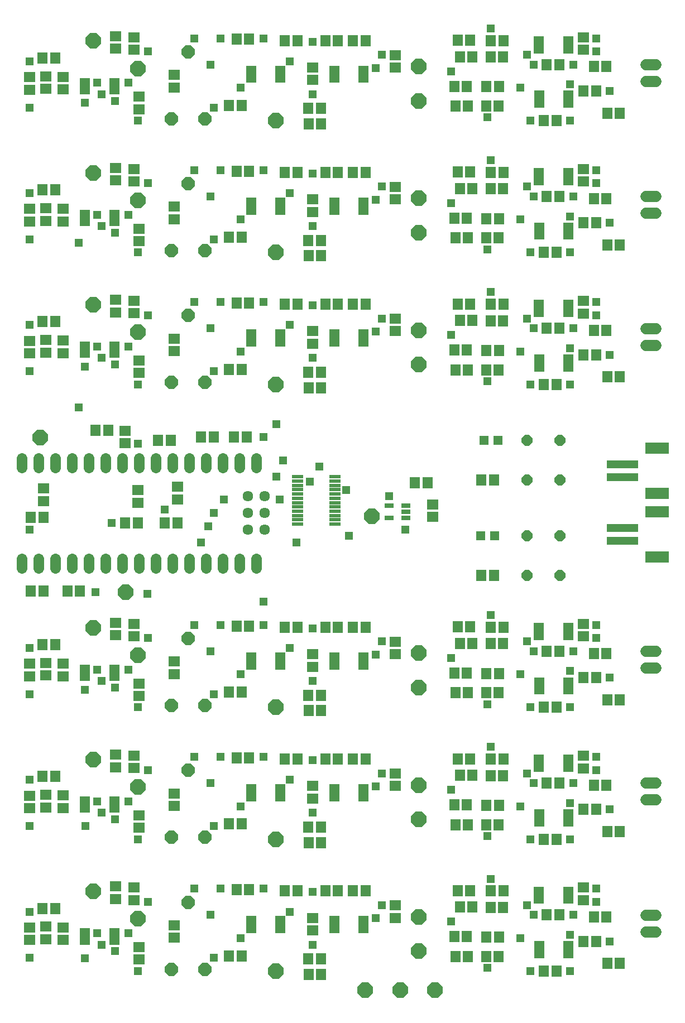
<source format=gts>
G75*
%MOIN*%
%OFA0B0*%
%FSLAX25Y25*%
%IPPOS*%
%LPD*%
%AMOC8*
5,1,8,0,0,1.08239X$1,22.5*
%
%ADD10R,0.05524X0.02965*%
%ADD11R,0.05918X0.06706*%
%ADD12R,0.06706X0.05918*%
%ADD13R,0.06400X0.02000*%
%ADD14R,0.18910X0.04737*%
%ADD15R,0.14186X0.07099*%
%ADD16C,0.06000*%
%ADD17C,0.06800*%
%ADD18R,0.06200X0.02600*%
%ADD19OC8,0.07000*%
%ADD20OC8,0.07800*%
%ADD21OC8,0.08500*%
%ADD22OC8,0.09300*%
%ADD23R,0.06600X0.02200*%
%ADD24OC8,0.05600*%
%ADD25OC8,0.06400*%
%ADD26R,0.05524X0.05524*%
%ADD27R,0.05918X0.07099*%
%ADD28C,0.05550*%
%ADD29C,0.06350*%
%ADD30C,0.05550*%
%ADD31C,0.06350*%
%ADD32R,0.04362X0.04362*%
%ADD33R,0.05162X0.05162*%
D10*
X0277169Y0412154D03*
X0277169Y0419635D03*
X0287406Y0419635D03*
X0287406Y0415894D03*
X0287406Y0412154D03*
D11*
X0292720Y0433257D03*
X0300201Y0433257D03*
X0316933Y0500619D03*
X0324413Y0500619D03*
X0335201Y0500619D03*
X0342681Y0500619D03*
X0342839Y0512233D03*
X0335358Y0512233D03*
X0323705Y0512430D03*
X0316224Y0512430D03*
X0319531Y0530146D03*
X0327012Y0530146D03*
X0325752Y0539989D03*
X0318272Y0539989D03*
X0338035Y0539792D03*
X0345516Y0539792D03*
X0345437Y0529950D03*
X0337957Y0529950D03*
X0371382Y0525422D03*
X0378862Y0525422D03*
X0393429Y0509674D03*
X0400909Y0509674D03*
X0399531Y0524241D03*
X0407012Y0524241D03*
X0407563Y0496485D03*
X0415043Y0496485D03*
X0377287Y0491957D03*
X0369807Y0491957D03*
X0369807Y0570698D03*
X0377287Y0570698D03*
X0393429Y0588414D03*
X0400909Y0588414D03*
X0399531Y0602981D03*
X0407012Y0602981D03*
X0407563Y0575225D03*
X0415043Y0575225D03*
X0378862Y0604162D03*
X0371382Y0604162D03*
X0345437Y0608690D03*
X0337957Y0608690D03*
X0338035Y0618532D03*
X0345516Y0618532D03*
X0325752Y0618729D03*
X0318272Y0618729D03*
X0319531Y0608887D03*
X0327012Y0608887D03*
X0323705Y0591170D03*
X0324413Y0579359D03*
X0316933Y0579359D03*
X0316224Y0591170D03*
X0335358Y0590973D03*
X0335201Y0579359D03*
X0342681Y0579359D03*
X0342839Y0590973D03*
X0369807Y0649438D03*
X0377287Y0649438D03*
X0393429Y0667154D03*
X0400909Y0667154D03*
X0399531Y0681721D03*
X0407012Y0681721D03*
X0407563Y0653965D03*
X0415043Y0653965D03*
X0378862Y0682902D03*
X0371382Y0682902D03*
X0345437Y0687430D03*
X0337957Y0687430D03*
X0338035Y0697272D03*
X0345516Y0697272D03*
X0325752Y0697469D03*
X0318272Y0697469D03*
X0319531Y0687627D03*
X0327012Y0687627D03*
X0323705Y0669910D03*
X0316224Y0669910D03*
X0316933Y0658099D03*
X0324413Y0658099D03*
X0335201Y0658099D03*
X0342681Y0658099D03*
X0342839Y0669713D03*
X0335358Y0669713D03*
X0263272Y0697272D03*
X0255791Y0697272D03*
X0246776Y0697272D03*
X0239295Y0697272D03*
X0222602Y0697272D03*
X0215122Y0697272D03*
X0193823Y0698060D03*
X0186343Y0698060D03*
X0189295Y0658493D03*
X0181815Y0658493D03*
X0186343Y0619320D03*
X0193823Y0619320D03*
X0215122Y0618532D03*
X0222602Y0618532D03*
X0239295Y0618532D03*
X0246776Y0618532D03*
X0255791Y0618532D03*
X0263272Y0618532D03*
X0236815Y0647469D03*
X0236500Y0656721D03*
X0229020Y0656721D03*
X0229335Y0647469D03*
X0229020Y0577981D03*
X0236500Y0577981D03*
X0236815Y0568729D03*
X0229335Y0568729D03*
X0222602Y0539792D03*
X0215122Y0539792D03*
X0193823Y0540580D03*
X0186343Y0540580D03*
X0189295Y0579753D03*
X0181815Y0579753D03*
X0239295Y0539792D03*
X0246776Y0539792D03*
X0255791Y0539792D03*
X0263272Y0539792D03*
X0236500Y0499241D03*
X0236815Y0489989D03*
X0229335Y0489989D03*
X0229020Y0499241D03*
X0192248Y0460461D03*
X0184768Y0460461D03*
X0172563Y0460461D03*
X0165083Y0460461D03*
X0146972Y0458493D03*
X0139492Y0458493D03*
X0109571Y0464398D03*
X0102091Y0464398D03*
X0119807Y0409280D03*
X0127287Y0409280D03*
X0143429Y0409280D03*
X0150909Y0409280D03*
X0186343Y0347666D03*
X0193823Y0347666D03*
X0215122Y0346879D03*
X0222602Y0346879D03*
X0239295Y0346879D03*
X0246776Y0346879D03*
X0255791Y0346879D03*
X0263272Y0346879D03*
X0236500Y0306328D03*
X0236815Y0297076D03*
X0229335Y0297076D03*
X0229020Y0306328D03*
X0222602Y0268139D03*
X0215122Y0268139D03*
X0193823Y0268926D03*
X0186343Y0268926D03*
X0189295Y0308099D03*
X0181815Y0308099D03*
X0181815Y0229359D03*
X0189295Y0229359D03*
X0186343Y0190186D03*
X0193823Y0190186D03*
X0215122Y0189398D03*
X0222602Y0189398D03*
X0239295Y0189398D03*
X0246776Y0189398D03*
X0255791Y0189398D03*
X0263272Y0189398D03*
X0236815Y0218335D03*
X0236500Y0227587D03*
X0229020Y0227587D03*
X0229335Y0218335D03*
X0239295Y0268139D03*
X0246776Y0268139D03*
X0255791Y0268139D03*
X0263272Y0268139D03*
X0316224Y0240776D03*
X0323705Y0240776D03*
X0335358Y0240580D03*
X0342839Y0240580D03*
X0342681Y0228965D03*
X0335201Y0228965D03*
X0324413Y0228965D03*
X0316933Y0228965D03*
X0319531Y0258493D03*
X0327012Y0258493D03*
X0325752Y0268335D03*
X0318272Y0268335D03*
X0338035Y0268139D03*
X0345516Y0268139D03*
X0345437Y0258296D03*
X0337957Y0258296D03*
X0371382Y0253769D03*
X0378862Y0253769D03*
X0393429Y0238020D03*
X0400909Y0238020D03*
X0399531Y0252587D03*
X0407012Y0252587D03*
X0407563Y0224831D03*
X0415043Y0224831D03*
X0377287Y0220304D03*
X0369807Y0220304D03*
X0345516Y0189398D03*
X0338035Y0189398D03*
X0337957Y0179556D03*
X0345437Y0179556D03*
X0342839Y0161839D03*
X0342681Y0150225D03*
X0335201Y0150225D03*
X0335358Y0161839D03*
X0323705Y0162036D03*
X0324413Y0150225D03*
X0316933Y0150225D03*
X0316224Y0162036D03*
X0319531Y0179753D03*
X0327012Y0179753D03*
X0325752Y0189595D03*
X0318272Y0189595D03*
X0371382Y0175028D03*
X0378862Y0175028D03*
X0393429Y0159280D03*
X0400909Y0159280D03*
X0399531Y0173847D03*
X0407012Y0173847D03*
X0407563Y0146091D03*
X0415043Y0146091D03*
X0377287Y0141564D03*
X0369807Y0141564D03*
X0369807Y0299044D03*
X0377287Y0299044D03*
X0393429Y0316761D03*
X0400909Y0316761D03*
X0399531Y0331328D03*
X0407012Y0331328D03*
X0407563Y0303572D03*
X0415043Y0303572D03*
X0378862Y0332509D03*
X0371382Y0332509D03*
X0345437Y0337036D03*
X0337957Y0337036D03*
X0338035Y0346879D03*
X0345516Y0346879D03*
X0342839Y0319320D03*
X0335358Y0319320D03*
X0335201Y0307706D03*
X0342681Y0307706D03*
X0324413Y0307706D03*
X0316933Y0307706D03*
X0316224Y0319517D03*
X0323705Y0319517D03*
X0327012Y0337233D03*
X0319531Y0337233D03*
X0318272Y0347076D03*
X0325752Y0347076D03*
X0236500Y0148847D03*
X0229020Y0148847D03*
X0229335Y0139595D03*
X0236815Y0139595D03*
X0189295Y0150619D03*
X0181815Y0150619D03*
X0077878Y0178965D03*
X0070398Y0178965D03*
X0070398Y0257706D03*
X0077878Y0257706D03*
X0077878Y0336446D03*
X0070398Y0336446D03*
X0070909Y0368532D03*
X0063429Y0368532D03*
X0085280Y0368532D03*
X0092760Y0368532D03*
X0070949Y0412627D03*
X0063469Y0412627D03*
X0070398Y0529359D03*
X0077878Y0529359D03*
X0077878Y0608099D03*
X0070398Y0608099D03*
X0070398Y0686839D03*
X0077878Y0686839D03*
X0181815Y0501013D03*
X0189295Y0501013D03*
D12*
X0149138Y0511839D03*
X0149138Y0519320D03*
X0127839Y0506249D03*
X0127839Y0498769D03*
X0119610Y0464202D03*
X0119610Y0456721D03*
X0127484Y0428769D03*
X0127484Y0421288D03*
X0151106Y0423257D03*
X0151106Y0430737D03*
X0125161Y0348926D03*
X0125161Y0341446D03*
X0114059Y0342076D03*
X0114059Y0349556D03*
X0127839Y0313335D03*
X0127839Y0305855D03*
X0149138Y0318926D03*
X0149138Y0326406D03*
X0125161Y0270186D03*
X0125161Y0262706D03*
X0114059Y0263335D03*
X0114059Y0270816D03*
X0127839Y0234595D03*
X0127839Y0227115D03*
X0149138Y0240186D03*
X0149138Y0247666D03*
X0125161Y0191446D03*
X0125161Y0183965D03*
X0114059Y0184595D03*
X0114059Y0192076D03*
X0127839Y0155855D03*
X0127839Y0148375D03*
X0149138Y0161446D03*
X0149138Y0168926D03*
X0082799Y0167666D03*
X0082799Y0160186D03*
X0072366Y0160540D03*
X0072366Y0168020D03*
X0062524Y0167587D03*
X0062524Y0160107D03*
X0062524Y0238847D03*
X0062524Y0246328D03*
X0072366Y0246761D03*
X0072366Y0239280D03*
X0082799Y0238926D03*
X0082799Y0246406D03*
X0082799Y0317666D03*
X0082799Y0325146D03*
X0072366Y0325501D03*
X0072366Y0318020D03*
X0062524Y0317587D03*
X0062524Y0325068D03*
X0070988Y0422233D03*
X0070988Y0429713D03*
X0062524Y0510501D03*
X0062524Y0517981D03*
X0072366Y0518414D03*
X0072366Y0510934D03*
X0082799Y0510580D03*
X0082799Y0518060D03*
X0114059Y0534989D03*
X0114059Y0542469D03*
X0125161Y0541839D03*
X0125161Y0534359D03*
X0127839Y0577509D03*
X0127839Y0584989D03*
X0125161Y0613099D03*
X0125161Y0620580D03*
X0114059Y0621209D03*
X0114059Y0613729D03*
X0127839Y0656249D03*
X0127839Y0663729D03*
X0149138Y0669320D03*
X0149138Y0676800D03*
X0125161Y0691839D03*
X0125161Y0699320D03*
X0114059Y0699950D03*
X0114059Y0692469D03*
X0082799Y0675540D03*
X0082799Y0668060D03*
X0072366Y0668414D03*
X0072366Y0675894D03*
X0062524Y0675461D03*
X0062524Y0667981D03*
X0062524Y0596721D03*
X0062524Y0589241D03*
X0072366Y0589674D03*
X0072366Y0597154D03*
X0082799Y0596800D03*
X0082799Y0589320D03*
X0149138Y0590580D03*
X0149138Y0598060D03*
X0231815Y0594989D03*
X0231815Y0602469D03*
X0281028Y0602430D03*
X0281028Y0609910D03*
X0281028Y0681170D03*
X0281028Y0688650D03*
X0231815Y0681209D03*
X0231815Y0673729D03*
X0281028Y0531170D03*
X0281028Y0523690D03*
X0231815Y0523729D03*
X0231815Y0516249D03*
X0303272Y0420304D03*
X0303272Y0412824D03*
X0281028Y0338257D03*
X0281028Y0330776D03*
X0281028Y0259517D03*
X0281028Y0252036D03*
X0231815Y0252076D03*
X0231815Y0244595D03*
X0231815Y0173335D03*
X0231815Y0165855D03*
X0281028Y0173296D03*
X0281028Y0180776D03*
X0231815Y0323335D03*
X0231815Y0330816D03*
X0393232Y0341406D03*
X0393232Y0348887D03*
X0393232Y0270146D03*
X0393232Y0262666D03*
X0393232Y0191406D03*
X0393232Y0183926D03*
X0393232Y0534320D03*
X0393232Y0541800D03*
X0393232Y0613060D03*
X0393232Y0620540D03*
X0393232Y0691800D03*
X0393232Y0699280D03*
D13*
X0113253Y0674007D03*
X0113253Y0672107D03*
X0113253Y0670107D03*
X0113253Y0668107D03*
X0113253Y0666207D03*
X0095653Y0666207D03*
X0095653Y0668107D03*
X0095653Y0670107D03*
X0095653Y0672107D03*
X0095653Y0674007D03*
X0095653Y0595267D03*
X0095653Y0593367D03*
X0095653Y0591367D03*
X0095653Y0589367D03*
X0095653Y0587467D03*
X0113253Y0587467D03*
X0113253Y0589367D03*
X0113253Y0591367D03*
X0113253Y0593367D03*
X0113253Y0595267D03*
X0113253Y0516527D03*
X0113253Y0514627D03*
X0113253Y0512627D03*
X0113253Y0510627D03*
X0113253Y0508727D03*
X0095653Y0508727D03*
X0095653Y0510627D03*
X0095653Y0512627D03*
X0095653Y0514627D03*
X0095653Y0516527D03*
X0095653Y0323613D03*
X0095653Y0321713D03*
X0095653Y0319713D03*
X0095653Y0317713D03*
X0095653Y0315813D03*
X0113253Y0315813D03*
X0113253Y0317713D03*
X0113253Y0319713D03*
X0113253Y0321713D03*
X0113253Y0323613D03*
X0113253Y0244873D03*
X0113253Y0242973D03*
X0113253Y0240973D03*
X0113253Y0238973D03*
X0113253Y0237073D03*
X0095653Y0237073D03*
X0095653Y0238973D03*
X0095653Y0240973D03*
X0095653Y0242973D03*
X0095653Y0244873D03*
X0095653Y0166133D03*
X0095653Y0164233D03*
X0095653Y0162233D03*
X0095653Y0160233D03*
X0095653Y0158333D03*
X0113253Y0158333D03*
X0113253Y0160233D03*
X0113253Y0162233D03*
X0113253Y0164233D03*
X0113253Y0166133D03*
D14*
X0416776Y0398454D03*
X0416776Y0406328D03*
X0416776Y0436446D03*
X0416776Y0444320D03*
D15*
X0437248Y0453769D03*
X0437248Y0426997D03*
X0437248Y0415776D03*
X0437248Y0389005D03*
D16*
X0436783Y0332430D02*
X0430783Y0332430D01*
X0430783Y0322430D02*
X0436783Y0322430D01*
X0436783Y0253690D02*
X0430783Y0253690D01*
X0430783Y0243690D02*
X0436783Y0243690D01*
X0436783Y0174950D02*
X0430783Y0174950D01*
X0430783Y0164950D02*
X0436783Y0164950D01*
X0436783Y0515343D02*
X0430783Y0515343D01*
X0430783Y0525343D02*
X0436783Y0525343D01*
X0436783Y0594083D02*
X0430783Y0594083D01*
X0430783Y0604083D02*
X0436783Y0604083D01*
X0436783Y0672824D02*
X0430783Y0672824D01*
X0430783Y0682824D02*
X0436783Y0682824D01*
D17*
X0430783Y0682824D01*
X0430783Y0672824D02*
X0436783Y0672824D01*
X0436783Y0604083D02*
X0430783Y0604083D01*
X0430783Y0594083D02*
X0436783Y0594083D01*
X0436783Y0525343D02*
X0430783Y0525343D01*
X0430783Y0515343D02*
X0436783Y0515343D01*
X0436783Y0332430D02*
X0430783Y0332430D01*
X0430783Y0322430D02*
X0436783Y0322430D01*
X0436783Y0253690D02*
X0430783Y0253690D01*
X0430783Y0243690D02*
X0436783Y0243690D01*
X0436783Y0174950D02*
X0430783Y0174950D01*
X0430783Y0164950D02*
X0436783Y0164950D01*
D18*
X0384413Y0158159D03*
X0384413Y0155659D03*
X0384413Y0153059D03*
X0384413Y0150559D03*
X0367013Y0150559D03*
X0367013Y0153059D03*
X0367013Y0155659D03*
X0367013Y0158159D03*
X0366816Y0183039D03*
X0366816Y0185539D03*
X0366816Y0188139D03*
X0366816Y0190639D03*
X0384216Y0190639D03*
X0384216Y0188139D03*
X0384216Y0185539D03*
X0384216Y0183039D03*
X0384413Y0229299D03*
X0384413Y0231799D03*
X0384413Y0234399D03*
X0384413Y0236899D03*
X0367013Y0236899D03*
X0367013Y0234399D03*
X0367013Y0231799D03*
X0367013Y0229299D03*
X0366816Y0261780D03*
X0366816Y0264280D03*
X0366816Y0266880D03*
X0366816Y0269380D03*
X0384216Y0269380D03*
X0384216Y0266880D03*
X0384216Y0264280D03*
X0384216Y0261780D03*
X0384413Y0308039D03*
X0384413Y0310539D03*
X0384413Y0313139D03*
X0384413Y0315639D03*
X0367013Y0315639D03*
X0367013Y0313139D03*
X0367013Y0310539D03*
X0367013Y0308039D03*
X0366816Y0340520D03*
X0366816Y0343020D03*
X0366816Y0345620D03*
X0366816Y0348120D03*
X0384216Y0348120D03*
X0384216Y0345620D03*
X0384216Y0343020D03*
X0384216Y0340520D03*
X0384413Y0500953D03*
X0384413Y0503453D03*
X0384413Y0506053D03*
X0384413Y0508553D03*
X0367013Y0508553D03*
X0367013Y0506053D03*
X0367013Y0503453D03*
X0367013Y0500953D03*
X0366816Y0533433D03*
X0366816Y0535933D03*
X0366816Y0538533D03*
X0366816Y0541033D03*
X0384216Y0541033D03*
X0384216Y0538533D03*
X0384216Y0535933D03*
X0384216Y0533433D03*
X0384413Y0579693D03*
X0384413Y0582193D03*
X0384413Y0584793D03*
X0384413Y0587293D03*
X0367013Y0587293D03*
X0367013Y0584793D03*
X0367013Y0582193D03*
X0367013Y0579693D03*
X0366816Y0612173D03*
X0366816Y0614673D03*
X0366816Y0617273D03*
X0366816Y0619773D03*
X0384216Y0619773D03*
X0384216Y0617273D03*
X0384216Y0614673D03*
X0384216Y0612173D03*
X0384413Y0658433D03*
X0384413Y0660933D03*
X0384413Y0663533D03*
X0384413Y0666033D03*
X0367013Y0666033D03*
X0367013Y0663533D03*
X0367013Y0660933D03*
X0367013Y0658433D03*
X0366816Y0690913D03*
X0366816Y0693413D03*
X0366816Y0696013D03*
X0366816Y0698513D03*
X0384216Y0698513D03*
X0384216Y0696013D03*
X0384216Y0693413D03*
X0384216Y0690913D03*
X0261972Y0680994D03*
X0261972Y0678494D03*
X0261972Y0675894D03*
X0261972Y0673394D03*
X0244572Y0673394D03*
X0244572Y0675894D03*
X0244572Y0678494D03*
X0244572Y0680994D03*
X0212365Y0680994D03*
X0212365Y0678494D03*
X0212365Y0675894D03*
X0212365Y0673394D03*
X0194965Y0673394D03*
X0194965Y0675894D03*
X0194965Y0678494D03*
X0194965Y0680994D03*
X0194965Y0602254D03*
X0194965Y0599754D03*
X0194965Y0597154D03*
X0194965Y0594654D03*
X0212365Y0594654D03*
X0212365Y0597154D03*
X0212365Y0599754D03*
X0212365Y0602254D03*
X0244572Y0602254D03*
X0244572Y0599754D03*
X0244572Y0597154D03*
X0244572Y0594654D03*
X0261972Y0594654D03*
X0261972Y0597154D03*
X0261972Y0599754D03*
X0261972Y0602254D03*
X0261972Y0523513D03*
X0261972Y0521013D03*
X0261972Y0518413D03*
X0261972Y0515913D03*
X0244572Y0515913D03*
X0244572Y0518413D03*
X0244572Y0521013D03*
X0244572Y0523513D03*
X0212365Y0523513D03*
X0212365Y0521013D03*
X0212365Y0518413D03*
X0212365Y0515913D03*
X0194965Y0515913D03*
X0194965Y0518413D03*
X0194965Y0521013D03*
X0194965Y0523513D03*
X0194965Y0330600D03*
X0194965Y0328100D03*
X0194965Y0325500D03*
X0194965Y0323000D03*
X0212365Y0323000D03*
X0212365Y0325500D03*
X0212365Y0328100D03*
X0212365Y0330600D03*
X0244572Y0330600D03*
X0244572Y0328100D03*
X0244572Y0325500D03*
X0244572Y0323000D03*
X0261972Y0323000D03*
X0261972Y0325500D03*
X0261972Y0328100D03*
X0261972Y0330600D03*
X0261972Y0251860D03*
X0261972Y0249360D03*
X0261972Y0246760D03*
X0261972Y0244260D03*
X0244572Y0244260D03*
X0244572Y0246760D03*
X0244572Y0249360D03*
X0244572Y0251860D03*
X0212365Y0251860D03*
X0212365Y0249360D03*
X0212365Y0246760D03*
X0212365Y0244260D03*
X0194965Y0244260D03*
X0194965Y0246760D03*
X0194965Y0249360D03*
X0194965Y0251860D03*
X0194965Y0173120D03*
X0194965Y0170620D03*
X0194965Y0168020D03*
X0194965Y0165520D03*
X0212365Y0165520D03*
X0212365Y0168020D03*
X0212365Y0170620D03*
X0212365Y0173120D03*
X0244572Y0173120D03*
X0244572Y0170620D03*
X0244572Y0168020D03*
X0244572Y0165520D03*
X0261972Y0165520D03*
X0261972Y0168020D03*
X0261972Y0170620D03*
X0261972Y0173120D03*
D19*
X0167287Y0142627D03*
X0147287Y0142627D03*
X0157287Y0182627D03*
X0147287Y0221367D03*
X0167287Y0221367D03*
X0157287Y0261367D03*
X0147287Y0300107D03*
X0167287Y0300107D03*
X0157287Y0340107D03*
X0147287Y0493020D03*
X0167287Y0493020D03*
X0157287Y0533020D03*
X0147287Y0571761D03*
X0167287Y0571761D03*
X0157287Y0611761D03*
X0147287Y0650501D03*
X0167287Y0650501D03*
X0157287Y0690501D03*
D20*
X0157287Y0690501D03*
X0147287Y0650501D03*
X0167287Y0650501D03*
X0157287Y0611761D03*
X0147287Y0571761D03*
X0167287Y0571761D03*
X0157287Y0533020D03*
X0147287Y0493020D03*
X0167287Y0493020D03*
X0157287Y0340107D03*
X0147287Y0300107D03*
X0167287Y0300107D03*
X0157287Y0261367D03*
X0147287Y0221367D03*
X0167287Y0221367D03*
X0157287Y0182627D03*
X0147287Y0142627D03*
X0167287Y0142627D03*
D21*
X0209807Y0141603D03*
X0209807Y0220343D03*
X0209807Y0299083D03*
X0266972Y0413257D03*
X0295004Y0331367D03*
X0295161Y0310894D03*
X0295004Y0252627D03*
X0295161Y0232154D03*
X0295004Y0173887D03*
X0295161Y0153414D03*
X0304689Y0130107D03*
X0284138Y0130107D03*
X0262917Y0130107D03*
X0127366Y0172784D03*
X0100634Y0189162D03*
X0127366Y0251524D03*
X0100634Y0267902D03*
X0127366Y0330265D03*
X0120043Y0367981D03*
X0100634Y0346643D03*
X0068862Y0460186D03*
X0100634Y0539556D03*
X0127366Y0523178D03*
X0127366Y0601918D03*
X0100634Y0618296D03*
X0127366Y0680658D03*
X0100634Y0697036D03*
X0209807Y0649477D03*
X0209807Y0570737D03*
X0209807Y0491997D03*
X0295161Y0503808D03*
X0295004Y0524280D03*
X0295161Y0582548D03*
X0295004Y0603020D03*
X0295161Y0661288D03*
X0295004Y0681761D03*
D22*
X0295004Y0681761D03*
X0295161Y0661288D03*
X0295004Y0603020D03*
X0295161Y0582548D03*
X0295004Y0524280D03*
X0295161Y0503808D03*
X0266972Y0413257D03*
X0295004Y0331367D03*
X0295161Y0310894D03*
X0295004Y0252627D03*
X0295161Y0232154D03*
X0295004Y0173887D03*
X0295161Y0153414D03*
X0304689Y0130107D03*
X0284138Y0130107D03*
X0262917Y0130107D03*
X0209807Y0141603D03*
X0209807Y0220343D03*
X0209807Y0299083D03*
X0127366Y0330265D03*
X0120043Y0367981D03*
X0100634Y0346643D03*
X0100634Y0267902D03*
X0127366Y0251524D03*
X0100634Y0189162D03*
X0127366Y0172784D03*
X0068862Y0460186D03*
X0100634Y0539556D03*
X0127366Y0523178D03*
X0127366Y0601918D03*
X0100634Y0618296D03*
X0127366Y0680658D03*
X0100634Y0697036D03*
X0209807Y0649477D03*
X0209807Y0570737D03*
X0209807Y0491997D03*
D23*
X0222683Y0436727D03*
X0222683Y0434127D03*
X0222683Y0431627D03*
X0222683Y0429027D03*
X0222683Y0426427D03*
X0222683Y0423927D03*
X0222683Y0421327D03*
X0222683Y0418827D03*
X0222683Y0416227D03*
X0222683Y0413627D03*
X0222683Y0411127D03*
X0222683Y0408527D03*
X0244883Y0408527D03*
X0244883Y0411127D03*
X0244883Y0413627D03*
X0244883Y0416227D03*
X0244883Y0418827D03*
X0244883Y0421327D03*
X0244883Y0423927D03*
X0244883Y0426427D03*
X0244883Y0429027D03*
X0244883Y0431627D03*
X0244883Y0434127D03*
X0244883Y0436727D03*
D24*
X0359810Y0434882D03*
X0359810Y0458482D03*
X0379410Y0458482D03*
X0379410Y0434882D03*
X0379410Y0401395D03*
X0379410Y0377795D03*
X0359810Y0377795D03*
X0359810Y0401395D03*
D25*
X0359810Y0401395D03*
X0359810Y0377795D03*
X0379410Y0377795D03*
X0379410Y0401395D03*
X0379410Y0434882D03*
X0379410Y0458482D03*
X0359810Y0458482D03*
X0359810Y0434882D03*
D26*
X0342248Y0458493D03*
X0333980Y0458493D03*
X0332012Y0401406D03*
X0340280Y0401406D03*
D27*
X0339886Y0377784D03*
X0332406Y0377784D03*
X0332406Y0434871D03*
X0339886Y0434871D03*
D28*
X0197917Y0442254D02*
X0197917Y0447803D01*
X0187917Y0447803D02*
X0187917Y0442254D01*
X0177917Y0442254D02*
X0177917Y0447803D01*
X0167917Y0447803D02*
X0167917Y0442254D01*
X0157917Y0442254D02*
X0157917Y0447803D01*
X0147917Y0447803D02*
X0147917Y0442254D01*
X0137917Y0442254D02*
X0137917Y0447803D01*
X0127917Y0447803D02*
X0127917Y0442254D01*
X0117917Y0442254D02*
X0117917Y0447803D01*
X0107917Y0447803D02*
X0107917Y0442254D01*
X0097917Y0442254D02*
X0097917Y0447803D01*
X0087917Y0447803D02*
X0087917Y0442254D01*
X0077917Y0442254D02*
X0077917Y0447803D01*
X0067917Y0447803D02*
X0067917Y0442254D01*
X0057917Y0442254D02*
X0057917Y0447803D01*
X0057917Y0387803D02*
X0057917Y0382254D01*
X0067917Y0382254D02*
X0067917Y0387803D01*
X0077917Y0387803D02*
X0077917Y0382254D01*
X0087917Y0382254D02*
X0087917Y0387803D01*
X0097917Y0387803D02*
X0097917Y0382254D01*
X0107917Y0382254D02*
X0107917Y0387803D01*
X0117917Y0387803D02*
X0117917Y0382254D01*
X0127917Y0382254D02*
X0127917Y0387803D01*
X0137917Y0387803D02*
X0137917Y0382254D01*
X0147917Y0382254D02*
X0147917Y0387803D01*
X0157917Y0387803D02*
X0157917Y0382254D01*
X0167917Y0382254D02*
X0167917Y0387803D01*
X0177917Y0387803D02*
X0177917Y0382254D01*
X0187917Y0382254D02*
X0187917Y0387803D01*
X0197917Y0387803D02*
X0197917Y0382254D01*
D29*
X0197917Y0387803D01*
X0187917Y0387803D02*
X0187917Y0382254D01*
X0177917Y0382254D02*
X0177917Y0387803D01*
X0167917Y0387803D02*
X0167917Y0382254D01*
X0157917Y0382254D02*
X0157917Y0387803D01*
X0147917Y0387803D02*
X0147917Y0382254D01*
X0137917Y0382254D02*
X0137917Y0387803D01*
X0127917Y0387803D02*
X0127917Y0382254D01*
X0117917Y0382254D02*
X0117917Y0387803D01*
X0107917Y0387803D02*
X0107917Y0382254D01*
X0097917Y0382254D02*
X0097917Y0387803D01*
X0087917Y0387803D02*
X0087917Y0382254D01*
X0077917Y0382254D02*
X0077917Y0387803D01*
X0067917Y0387803D02*
X0067917Y0382254D01*
X0057917Y0382254D02*
X0057917Y0387803D01*
X0057917Y0442254D02*
X0057917Y0447803D01*
X0067917Y0447803D02*
X0067917Y0442254D01*
X0077917Y0442254D02*
X0077917Y0447803D01*
X0087917Y0447803D02*
X0087917Y0442254D01*
X0097917Y0442254D02*
X0097917Y0447803D01*
X0107917Y0447803D02*
X0107917Y0442254D01*
X0117917Y0442254D02*
X0117917Y0447803D01*
X0127917Y0447803D02*
X0127917Y0442254D01*
X0137917Y0442254D02*
X0137917Y0447803D01*
X0147917Y0447803D02*
X0147917Y0442254D01*
X0157917Y0442254D02*
X0157917Y0447803D01*
X0167917Y0447803D02*
X0167917Y0442254D01*
X0177917Y0442254D02*
X0177917Y0447803D01*
X0187917Y0447803D02*
X0187917Y0442254D01*
X0197917Y0442254D02*
X0197917Y0447803D01*
D30*
X0192917Y0425028D03*
X0192917Y0415028D03*
X0192917Y0405028D03*
X0202917Y0405028D03*
X0202917Y0415028D03*
X0202917Y0425028D03*
D31*
X0202917Y0425028D03*
X0202917Y0415028D03*
X0202917Y0405028D03*
X0192917Y0405028D03*
X0192917Y0415028D03*
X0192917Y0425028D03*
D32*
X0178665Y0423060D03*
X0172760Y0415186D03*
X0169217Y0407312D03*
X0164886Y0397469D03*
X0143232Y0417154D03*
X0127484Y0456524D03*
X0127484Y0491957D03*
X0113705Y0503769D03*
X0121579Y0514595D03*
X0105831Y0507706D03*
X0102878Y0514595D03*
X0095594Y0502587D03*
X0092051Y0478178D03*
X0062524Y0499831D03*
X0062524Y0527391D03*
X0092051Y0576603D03*
X0105831Y0586446D03*
X0102878Y0593335D03*
X0113705Y0582509D03*
X0121579Y0593335D03*
X0133390Y0612036D03*
X0160949Y0619910D03*
X0170791Y0604162D03*
X0176697Y0619910D03*
X0188508Y0590383D03*
X0172760Y0578572D03*
X0176697Y0541170D03*
X0170791Y0525422D03*
X0160949Y0541170D03*
X0133390Y0533296D03*
X0127484Y0570698D03*
X0127484Y0649438D03*
X0113705Y0661249D03*
X0121579Y0672076D03*
X0105831Y0665186D03*
X0102878Y0672076D03*
X0095594Y0660068D03*
X0062524Y0657312D03*
X0062524Y0684871D03*
X0062524Y0606131D03*
X0062524Y0578572D03*
X0133390Y0690776D03*
X0160949Y0698650D03*
X0170791Y0682902D03*
X0176697Y0698650D03*
X0188508Y0669123D03*
X0172760Y0657312D03*
X0202287Y0619910D03*
X0218035Y0606131D03*
X0231815Y0617942D03*
X0231815Y0586446D03*
X0202287Y0541170D03*
X0218035Y0527391D03*
X0231815Y0539202D03*
X0231815Y0507706D03*
X0210161Y0468335D03*
X0202287Y0460461D03*
X0214098Y0446682D03*
X0210161Y0436839D03*
X0212130Y0423060D03*
X0229846Y0433887D03*
X0235752Y0442745D03*
X0251500Y0428965D03*
X0253469Y0401406D03*
X0277169Y0425107D03*
X0286933Y0405343D03*
X0273154Y0338414D03*
X0269217Y0330540D03*
X0231815Y0314792D03*
X0218035Y0334477D03*
X0231815Y0346288D03*
X0202287Y0348257D03*
X0202287Y0362036D03*
X0176697Y0348257D03*
X0170791Y0332509D03*
X0160949Y0348257D03*
X0133390Y0340383D03*
X0121579Y0321682D03*
X0113705Y0310855D03*
X0105831Y0314792D03*
X0102878Y0321682D03*
X0095594Y0309674D03*
X0062524Y0306918D03*
X0062524Y0334477D03*
X0101894Y0367942D03*
X0111736Y0409280D03*
X0132996Y0366761D03*
X0172760Y0306918D03*
X0188508Y0318729D03*
X0176697Y0269517D03*
X0170791Y0253769D03*
X0160949Y0269517D03*
X0133390Y0261643D03*
X0121579Y0242942D03*
X0113705Y0232115D03*
X0105831Y0236052D03*
X0102878Y0242942D03*
X0095988Y0228178D03*
X0127484Y0220304D03*
X0133390Y0182902D03*
X0121579Y0164202D03*
X0113705Y0153375D03*
X0105831Y0157312D03*
X0102878Y0164202D03*
X0095594Y0149044D03*
X0127484Y0141564D03*
X0160949Y0190776D03*
X0170791Y0175028D03*
X0176697Y0190776D03*
X0188508Y0161249D03*
X0172760Y0149438D03*
X0202287Y0190776D03*
X0218035Y0176997D03*
X0231815Y0188808D03*
X0231815Y0157312D03*
X0269217Y0173060D03*
X0273154Y0180934D03*
X0231815Y0236052D03*
X0218035Y0255737D03*
X0231815Y0267548D03*
X0202287Y0269517D03*
X0188508Y0239989D03*
X0172760Y0228178D03*
X0127484Y0299044D03*
X0062524Y0255737D03*
X0062524Y0228178D03*
X0062524Y0176997D03*
X0062524Y0149438D03*
X0221972Y0397469D03*
X0172760Y0499831D03*
X0188508Y0511643D03*
X0269217Y0523454D03*
X0273154Y0531328D03*
X0314492Y0521485D03*
X0336146Y0493926D03*
X0355831Y0511643D03*
X0363705Y0525422D03*
X0359768Y0531328D03*
X0338114Y0547076D03*
X0336146Y0572666D03*
X0355831Y0590383D03*
X0363705Y0604162D03*
X0359768Y0610068D03*
X0338114Y0625816D03*
X0336146Y0651406D03*
X0355831Y0669123D03*
X0363705Y0682902D03*
X0359768Y0688808D03*
X0338114Y0704556D03*
X0314492Y0678965D03*
X0273154Y0688808D03*
X0269217Y0680934D03*
X0231815Y0696682D03*
X0218035Y0684871D03*
X0202287Y0698650D03*
X0231815Y0665186D03*
X0273154Y0610068D03*
X0269217Y0602194D03*
X0314492Y0600225D03*
X0361736Y0570698D03*
X0385358Y0570698D03*
X0385358Y0592351D03*
X0387327Y0604162D03*
X0401106Y0612036D03*
X0401106Y0619910D03*
X0408980Y0588414D03*
X0401106Y0541170D03*
X0401106Y0533296D03*
X0387327Y0525422D03*
X0385358Y0513611D03*
X0385358Y0491957D03*
X0361736Y0491957D03*
X0408980Y0509674D03*
X0385358Y0649438D03*
X0385358Y0671091D03*
X0387327Y0682902D03*
X0401106Y0690776D03*
X0401106Y0698650D03*
X0408980Y0667154D03*
X0361736Y0649438D03*
X0338114Y0354162D03*
X0359768Y0338414D03*
X0363705Y0332509D03*
X0355831Y0318729D03*
X0361736Y0299044D03*
X0338114Y0275422D03*
X0336146Y0301013D03*
X0314492Y0328572D03*
X0273154Y0259674D03*
X0269217Y0251800D03*
X0314492Y0249831D03*
X0336146Y0222272D03*
X0338114Y0196682D03*
X0359768Y0180934D03*
X0363705Y0175028D03*
X0355831Y0161249D03*
X0361736Y0141564D03*
X0385358Y0141564D03*
X0385358Y0163217D03*
X0387327Y0175028D03*
X0401106Y0182902D03*
X0401106Y0190776D03*
X0408980Y0159280D03*
X0385358Y0220304D03*
X0385358Y0241957D03*
X0387327Y0253769D03*
X0401106Y0261643D03*
X0401106Y0269517D03*
X0408980Y0238020D03*
X0385358Y0299044D03*
X0385358Y0320698D03*
X0387327Y0332509D03*
X0401106Y0340383D03*
X0401106Y0348257D03*
X0408980Y0316761D03*
X0363705Y0253769D03*
X0359768Y0259674D03*
X0355831Y0239989D03*
X0361736Y0220304D03*
X0314492Y0171091D03*
X0336146Y0143532D03*
X0062524Y0405343D03*
D33*
X0062524Y0149438D03*
X0062524Y0176997D03*
X0095594Y0149044D03*
X0105831Y0157312D03*
X0102878Y0164202D03*
X0113705Y0153375D03*
X0121579Y0164202D03*
X0133390Y0182902D03*
X0160949Y0190776D03*
X0170791Y0175028D03*
X0176697Y0190776D03*
X0188508Y0161249D03*
X0172760Y0149438D03*
X0202287Y0190776D03*
X0218035Y0176997D03*
X0231815Y0188808D03*
X0231815Y0157312D03*
X0269217Y0173060D03*
X0273154Y0180934D03*
X0231815Y0236052D03*
X0218035Y0255737D03*
X0231815Y0267548D03*
X0202287Y0269517D03*
X0188508Y0239989D03*
X0172760Y0228178D03*
X0170791Y0253769D03*
X0176697Y0269517D03*
X0160949Y0269517D03*
X0133390Y0261643D03*
X0121579Y0242942D03*
X0113705Y0232115D03*
X0105831Y0236052D03*
X0102878Y0242942D03*
X0095988Y0228178D03*
X0127484Y0220304D03*
X0127484Y0141564D03*
X0062524Y0228178D03*
X0062524Y0255737D03*
X0062524Y0306918D03*
X0062524Y0334477D03*
X0095594Y0309674D03*
X0105831Y0314792D03*
X0102878Y0321682D03*
X0113705Y0310855D03*
X0121579Y0321682D03*
X0133390Y0340383D03*
X0132996Y0366761D03*
X0160949Y0348257D03*
X0170791Y0332509D03*
X0176697Y0348257D03*
X0188508Y0318729D03*
X0172760Y0306918D03*
X0202287Y0348257D03*
X0202287Y0362036D03*
X0218035Y0334477D03*
X0231815Y0346288D03*
X0231815Y0314792D03*
X0269217Y0330540D03*
X0273154Y0338414D03*
X0314492Y0328572D03*
X0336146Y0301013D03*
X0338114Y0275422D03*
X0359768Y0259674D03*
X0363705Y0253769D03*
X0355831Y0239989D03*
X0361736Y0220304D03*
X0338114Y0196682D03*
X0336146Y0222272D03*
X0314492Y0249831D03*
X0273154Y0259674D03*
X0269217Y0251800D03*
X0314492Y0171091D03*
X0336146Y0143532D03*
X0355831Y0161249D03*
X0363705Y0175028D03*
X0359768Y0180934D03*
X0385358Y0163217D03*
X0387327Y0175028D03*
X0401106Y0182902D03*
X0401106Y0190776D03*
X0408980Y0159280D03*
X0385358Y0141564D03*
X0361736Y0141564D03*
X0385358Y0220304D03*
X0385358Y0241957D03*
X0387327Y0253769D03*
X0401106Y0261643D03*
X0401106Y0269517D03*
X0408980Y0238020D03*
X0385358Y0299044D03*
X0385358Y0320698D03*
X0387327Y0332509D03*
X0401106Y0340383D03*
X0401106Y0348257D03*
X0408980Y0316761D03*
X0363705Y0332509D03*
X0359768Y0338414D03*
X0355831Y0318729D03*
X0361736Y0299044D03*
X0338114Y0354162D03*
X0286933Y0405343D03*
X0277169Y0425107D03*
X0251500Y0428965D03*
X0235752Y0442745D03*
X0229846Y0433887D03*
X0214098Y0446682D03*
X0210161Y0436839D03*
X0212130Y0423060D03*
X0221972Y0397469D03*
X0253469Y0401406D03*
X0210161Y0468335D03*
X0202287Y0460461D03*
X0178665Y0423060D03*
X0172760Y0415186D03*
X0169217Y0407312D03*
X0164886Y0397469D03*
X0143232Y0417154D03*
X0127484Y0456524D03*
X0127484Y0491957D03*
X0113705Y0503769D03*
X0121579Y0514595D03*
X0105831Y0507706D03*
X0102878Y0514595D03*
X0095594Y0502587D03*
X0092051Y0478178D03*
X0062524Y0499831D03*
X0062524Y0527391D03*
X0092051Y0576603D03*
X0105831Y0586446D03*
X0102878Y0593335D03*
X0113705Y0582509D03*
X0121579Y0593335D03*
X0133390Y0612036D03*
X0160949Y0619910D03*
X0170791Y0604162D03*
X0176697Y0619910D03*
X0188508Y0590383D03*
X0172760Y0578572D03*
X0176697Y0541170D03*
X0170791Y0525422D03*
X0160949Y0541170D03*
X0133390Y0533296D03*
X0127484Y0570698D03*
X0127484Y0649438D03*
X0113705Y0661249D03*
X0121579Y0672076D03*
X0105831Y0665186D03*
X0102878Y0672076D03*
X0095594Y0660068D03*
X0062524Y0657312D03*
X0062524Y0684871D03*
X0062524Y0606131D03*
X0062524Y0578572D03*
X0133390Y0690776D03*
X0160949Y0698650D03*
X0170791Y0682902D03*
X0176697Y0698650D03*
X0188508Y0669123D03*
X0172760Y0657312D03*
X0202287Y0619910D03*
X0218035Y0606131D03*
X0231815Y0617942D03*
X0231815Y0586446D03*
X0202287Y0541170D03*
X0218035Y0527391D03*
X0231815Y0539202D03*
X0231815Y0507706D03*
X0269217Y0523454D03*
X0273154Y0531328D03*
X0314492Y0521485D03*
X0336146Y0493926D03*
X0355831Y0511643D03*
X0363705Y0525422D03*
X0359768Y0531328D03*
X0338114Y0547076D03*
X0336146Y0572666D03*
X0355831Y0590383D03*
X0363705Y0604162D03*
X0359768Y0610068D03*
X0338114Y0625816D03*
X0336146Y0651406D03*
X0355831Y0669123D03*
X0363705Y0682902D03*
X0359768Y0688808D03*
X0338114Y0704556D03*
X0314492Y0678965D03*
X0273154Y0688808D03*
X0269217Y0680934D03*
X0231815Y0696682D03*
X0218035Y0684871D03*
X0202287Y0698650D03*
X0231815Y0665186D03*
X0273154Y0610068D03*
X0269217Y0602194D03*
X0314492Y0600225D03*
X0361736Y0570698D03*
X0385358Y0570698D03*
X0385358Y0592351D03*
X0387327Y0604162D03*
X0401106Y0612036D03*
X0401106Y0619910D03*
X0408980Y0588414D03*
X0401106Y0541170D03*
X0401106Y0533296D03*
X0387327Y0525422D03*
X0385358Y0513611D03*
X0385358Y0491957D03*
X0361736Y0491957D03*
X0408980Y0509674D03*
X0385358Y0649438D03*
X0385358Y0671091D03*
X0387327Y0682902D03*
X0401106Y0690776D03*
X0401106Y0698650D03*
X0408980Y0667154D03*
X0361736Y0649438D03*
X0188508Y0511643D03*
X0172760Y0499831D03*
X0111736Y0409280D03*
X0101894Y0367942D03*
X0062524Y0405343D03*
X0127484Y0299044D03*
M02*

</source>
